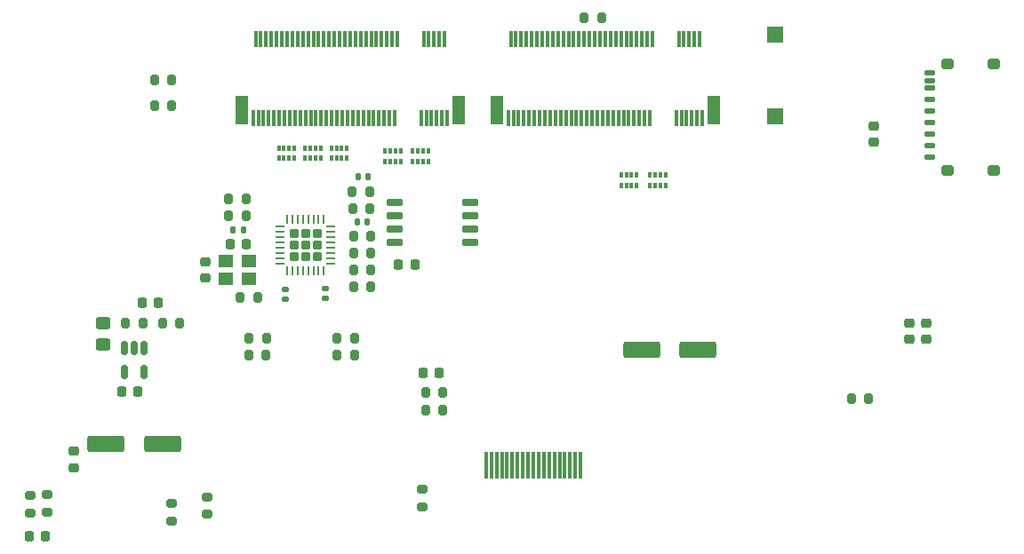
<source format=gbr>
%TF.GenerationSoftware,KiCad,Pcbnew,6.0.2-1.fc35*%
%TF.CreationDate,2022-03-30T21:24:33+02:00*%
%TF.ProjectId,dock,646f636b-2e6b-4696-9361-645f70636258,rev?*%
%TF.SameCoordinates,Original*%
%TF.FileFunction,Paste,Top*%
%TF.FilePolarity,Positive*%
%FSLAX46Y46*%
G04 Gerber Fmt 4.6, Leading zero omitted, Abs format (unit mm)*
G04 Created by KiCad (PCBNEW 6.0.2-1.fc35) date 2022-03-30 21:24:33*
%MOMM*%
%LPD*%
G01*
G04 APERTURE LIST*
G04 Aperture macros list*
%AMRoundRect*
0 Rectangle with rounded corners*
0 $1 Rounding radius*
0 $2 $3 $4 $5 $6 $7 $8 $9 X,Y pos of 4 corners*
0 Add a 4 corners polygon primitive as box body*
4,1,4,$2,$3,$4,$5,$6,$7,$8,$9,$2,$3,0*
0 Add four circle primitives for the rounded corners*
1,1,$1+$1,$2,$3*
1,1,$1+$1,$4,$5*
1,1,$1+$1,$6,$7*
1,1,$1+$1,$8,$9*
0 Add four rect primitives between the rounded corners*
20,1,$1+$1,$2,$3,$4,$5,0*
20,1,$1+$1,$4,$5,$6,$7,0*
20,1,$1+$1,$6,$7,$8,$9,0*
20,1,$1+$1,$8,$9,$2,$3,0*%
G04 Aperture macros list end*
%ADD10RoundRect,0.200000X0.275000X-0.200000X0.275000X0.200000X-0.275000X0.200000X-0.275000X-0.200000X0*%
%ADD11RoundRect,0.200000X0.200000X0.275000X-0.200000X0.275000X-0.200000X-0.275000X0.200000X-0.275000X0*%
%ADD12R,0.400000X0.500000*%
%ADD13R,0.300000X0.500000*%
%ADD14R,0.300000X2.600000*%
%ADD15RoundRect,0.225000X0.250000X-0.225000X0.250000X0.225000X-0.250000X0.225000X-0.250000X-0.225000X0*%
%ADD16R,0.300000X1.550000*%
%ADD17R,1.200000X2.750000*%
%ADD18RoundRect,0.200000X-0.275000X0.200000X-0.275000X-0.200000X0.275000X-0.200000X0.275000X0.200000X0*%
%ADD19RoundRect,0.200000X-0.200000X-0.275000X0.200000X-0.275000X0.200000X0.275000X-0.200000X0.275000X0*%
%ADD20R,1.500000X1.500000*%
%ADD21RoundRect,0.140000X-0.140000X-0.170000X0.140000X-0.170000X0.140000X0.170000X-0.140000X0.170000X0*%
%ADD22RoundRect,0.225000X-0.250000X0.225000X-0.250000X-0.225000X0.250000X-0.225000X0.250000X0.225000X0*%
%ADD23RoundRect,0.250000X0.450000X-0.325000X0.450000X0.325000X-0.450000X0.325000X-0.450000X-0.325000X0*%
%ADD24RoundRect,0.150000X0.650000X0.150000X-0.650000X0.150000X-0.650000X-0.150000X0.650000X-0.150000X0*%
%ADD25RoundRect,0.140000X-0.170000X0.140000X-0.170000X-0.140000X0.170000X-0.140000X0.170000X0.140000X0*%
%ADD26RoundRect,0.150000X-0.150000X0.512500X-0.150000X-0.512500X0.150000X-0.512500X0.150000X0.512500X0*%
%ADD27RoundRect,0.218750X0.256250X-0.218750X0.256250X0.218750X-0.256250X0.218750X-0.256250X-0.218750X0*%
%ADD28R,1.400000X1.200000*%
%ADD29RoundRect,0.140000X0.140000X0.170000X-0.140000X0.170000X-0.140000X-0.170000X0.140000X-0.170000X0*%
%ADD30RoundRect,0.225000X-0.225000X-0.250000X0.225000X-0.250000X0.225000X0.250000X-0.225000X0.250000X0*%
%ADD31RoundRect,0.125000X-0.375000X0.125000X-0.375000X-0.125000X0.375000X-0.125000X0.375000X0.125000X0*%
%ADD32RoundRect,0.237500X-0.362500X0.237500X-0.362500X-0.237500X0.362500X-0.237500X0.362500X0.237500X0*%
%ADD33RoundRect,0.218750X0.218750X0.256250X-0.218750X0.256250X-0.218750X-0.256250X0.218750X-0.256250X0*%
%ADD34RoundRect,0.222500X0.222500X-0.222500X0.222500X0.222500X-0.222500X0.222500X-0.222500X-0.222500X0*%
%ADD35RoundRect,0.062500X0.062500X-0.375000X0.062500X0.375000X-0.062500X0.375000X-0.062500X-0.375000X0*%
%ADD36RoundRect,0.062500X0.375000X-0.062500X0.375000X0.062500X-0.375000X0.062500X-0.375000X-0.062500X0*%
%ADD37RoundRect,0.250000X1.500000X0.550000X-1.500000X0.550000X-1.500000X-0.550000X1.500000X-0.550000X0*%
%ADD38RoundRect,0.225000X0.225000X0.250000X-0.225000X0.250000X-0.225000X-0.250000X0.225000X-0.250000X0*%
%ADD39RoundRect,0.250000X-1.500000X-0.550000X1.500000X-0.550000X1.500000X0.550000X-1.500000X0.550000X0*%
G04 APERTURE END LIST*
D10*
%TO.C,R3*%
X128250000Y-154075000D03*
X128250000Y-152425000D03*
%TD*%
D11*
%TO.C,R22*%
X154125000Y-143500000D03*
X152475000Y-143500000D03*
%TD*%
%TO.C,R5*%
X128325000Y-112000000D03*
X126675000Y-112000000D03*
%TD*%
%TO.C,R20*%
X136475000Y-132762500D03*
X134825000Y-132762500D03*
%TD*%
%TO.C,R12*%
X147275000Y-130162500D03*
X145625000Y-130162500D03*
%TD*%
D12*
%TO.C,RN1*%
X151250000Y-119800000D03*
D13*
X151750000Y-119800000D03*
X152250000Y-119800000D03*
D12*
X152750000Y-119800000D03*
X152750000Y-118800000D03*
D13*
X152250000Y-118800000D03*
X151750000Y-118800000D03*
D12*
X151250000Y-118800000D03*
%TD*%
D14*
%TO.C,J9*%
X167250000Y-148750000D03*
X166750000Y-148750000D03*
X166250000Y-148750000D03*
X165750000Y-148750000D03*
X165250000Y-148750000D03*
X164750000Y-148750000D03*
X164250000Y-148750000D03*
X163750000Y-148750000D03*
X163250000Y-148750000D03*
X162750000Y-148750000D03*
X162250000Y-148750000D03*
X161750000Y-148750000D03*
X161250000Y-148750000D03*
X160750000Y-148750000D03*
X160250000Y-148750000D03*
X159750000Y-148750000D03*
X159250000Y-148750000D03*
X158750000Y-148750000D03*
X158250000Y-148750000D03*
%TD*%
D15*
%TO.C,C13*%
X131550000Y-130912500D03*
X131550000Y-129362500D03*
%TD*%
D16*
%TO.C,J2*%
X154550000Y-115675000D03*
X154300000Y-108125000D03*
X154050000Y-115675000D03*
X153800000Y-108125000D03*
X153550000Y-115675000D03*
X153300000Y-108125000D03*
X153050000Y-115675000D03*
X152800000Y-108125000D03*
X152550000Y-115675000D03*
X152300000Y-108125000D03*
X152050000Y-115675000D03*
X149800000Y-108125000D03*
X149550000Y-115675000D03*
X149300000Y-108125000D03*
X149050000Y-115675000D03*
X148800000Y-108125000D03*
X148550000Y-115675000D03*
X148300000Y-108125000D03*
X148050000Y-115675000D03*
X147800000Y-108125000D03*
X147550000Y-115675000D03*
X147300000Y-108125000D03*
X147050000Y-115675000D03*
X146800000Y-108125000D03*
X146550000Y-115675000D03*
X146300000Y-108125000D03*
X146050000Y-115675000D03*
X145800000Y-108125000D03*
X145550000Y-115675000D03*
X145300000Y-108125000D03*
X145050000Y-115675000D03*
X144800000Y-108125000D03*
X144550000Y-115675000D03*
X144300000Y-108125000D03*
X144050000Y-115675000D03*
X143800000Y-108125000D03*
X143550000Y-115675000D03*
X143300000Y-108125000D03*
X143050000Y-115675000D03*
X142800000Y-108125000D03*
X142550000Y-115675000D03*
X142300000Y-108125000D03*
X142050000Y-115675000D03*
X141800000Y-108125000D03*
X141550000Y-115675000D03*
X141300000Y-108125000D03*
X141050000Y-115675000D03*
X140800000Y-108125000D03*
X140550000Y-115675000D03*
X140300000Y-108125000D03*
X140050000Y-115675000D03*
X139800000Y-108125000D03*
X139550000Y-115675000D03*
X139300000Y-108125000D03*
X139050000Y-115675000D03*
X138800000Y-108125000D03*
X138550000Y-115675000D03*
X138300000Y-108125000D03*
X138050000Y-115675000D03*
X137800000Y-108125000D03*
X137550000Y-115675000D03*
X137300000Y-108125000D03*
X137050000Y-115675000D03*
X136800000Y-108125000D03*
X136550000Y-115675000D03*
X136300000Y-108125000D03*
X136050000Y-115675000D03*
D17*
X155650000Y-114900000D03*
X134950000Y-114900000D03*
%TD*%
D18*
%TO.C,R15*%
X114800000Y-151675000D03*
X114800000Y-153325000D03*
%TD*%
D19*
%TO.C,R18*%
X145625000Y-131762500D03*
X147275000Y-131762500D03*
%TD*%
%TO.C,R19*%
X145500000Y-122662500D03*
X147150000Y-122662500D03*
%TD*%
D11*
%TO.C,R10*%
X147275000Y-126962500D03*
X145625000Y-126962500D03*
%TD*%
D12*
%TO.C,RN4*%
X141000000Y-119500000D03*
D13*
X141500000Y-119500000D03*
X142000000Y-119500000D03*
D12*
X142500000Y-119500000D03*
X142500000Y-118500000D03*
D13*
X142000000Y-118500000D03*
X141500000Y-118500000D03*
D12*
X141000000Y-118500000D03*
%TD*%
D20*
%TO.C,SW1*%
X185800000Y-115500000D03*
X185800000Y-107700000D03*
%TD*%
D11*
%TO.C,R6*%
X128325000Y-114500000D03*
X126675000Y-114500000D03*
%TD*%
D19*
%TO.C,R23*%
X135650000Y-138300000D03*
X137300000Y-138300000D03*
%TD*%
D11*
%TO.C,R7*%
X194700000Y-142400000D03*
X193050000Y-142400000D03*
%TD*%
%TO.C,R8*%
X169250000Y-106100000D03*
X167600000Y-106100000D03*
%TD*%
D18*
%TO.C,R4*%
X116400000Y-151575000D03*
X116400000Y-153225000D03*
%TD*%
D12*
%TO.C,RN6*%
X173850000Y-122100000D03*
D13*
X174350000Y-122100000D03*
X174850000Y-122100000D03*
D12*
X175350000Y-122100000D03*
X175350000Y-121100000D03*
D13*
X174850000Y-121100000D03*
X174350000Y-121100000D03*
D12*
X173850000Y-121100000D03*
%TD*%
D21*
%TO.C,C7*%
X145990000Y-125562500D03*
X146950000Y-125562500D03*
%TD*%
D12*
%TO.C,RN5*%
X138500000Y-119500000D03*
D13*
X139000000Y-119500000D03*
X139500000Y-119500000D03*
D12*
X140000000Y-119500000D03*
X140000000Y-118500000D03*
D13*
X139500000Y-118500000D03*
X139000000Y-118500000D03*
D12*
X138500000Y-118500000D03*
%TD*%
D22*
%TO.C,C15*%
X195200000Y-116400000D03*
X195200000Y-117950000D03*
%TD*%
D23*
%TO.C,L1*%
X121750000Y-137275000D03*
X121750000Y-135225000D03*
%TD*%
D24*
%TO.C,U3*%
X156707858Y-127505000D03*
X156707858Y-126235000D03*
X156707858Y-124965000D03*
X156707858Y-123695000D03*
X149507858Y-123695000D03*
X149507858Y-124965000D03*
X149507858Y-126235000D03*
X149507858Y-127505000D03*
%TD*%
D10*
%TO.C,R14*%
X152200000Y-152725000D03*
X152200000Y-151075000D03*
%TD*%
D25*
%TO.C,C8*%
X142950000Y-131882500D03*
X142950000Y-132842500D03*
%TD*%
D12*
%TO.C,RN3*%
X143500000Y-119500000D03*
D13*
X144000000Y-119500000D03*
X144500000Y-119500000D03*
D12*
X145000000Y-119500000D03*
X145000000Y-118500000D03*
D13*
X144500000Y-118500000D03*
X144000000Y-118500000D03*
D12*
X143500000Y-118500000D03*
%TD*%
D15*
%TO.C,C6*%
X200200000Y-136775000D03*
X200200000Y-135225000D03*
%TD*%
D16*
%TO.C,J1*%
X178850000Y-115675000D03*
X178600000Y-108125000D03*
X178350000Y-115675000D03*
X178100000Y-108125000D03*
X177850000Y-115675000D03*
X177600000Y-108125000D03*
X177350000Y-115675000D03*
X177100000Y-108125000D03*
X176850000Y-115675000D03*
X176600000Y-108125000D03*
X176350000Y-115675000D03*
X174100000Y-108125000D03*
X173850000Y-115675000D03*
X173600000Y-108125000D03*
X173350000Y-115675000D03*
X173100000Y-108125000D03*
X172850000Y-115675000D03*
X172600000Y-108125000D03*
X172350000Y-115675000D03*
X172100000Y-108125000D03*
X171850000Y-115675000D03*
X171600000Y-108125000D03*
X171350000Y-115675000D03*
X171100000Y-108125000D03*
X170850000Y-115675000D03*
X170600000Y-108125000D03*
X170350000Y-115675000D03*
X170100000Y-108125000D03*
X169850000Y-115675000D03*
X169600000Y-108125000D03*
X169350000Y-115675000D03*
X169100000Y-108125000D03*
X168850000Y-115675000D03*
X168600000Y-108125000D03*
X168350000Y-115675000D03*
X168100000Y-108125000D03*
X167850000Y-115675000D03*
X167600000Y-108125000D03*
X167350000Y-115675000D03*
X167100000Y-108125000D03*
X166850000Y-115675000D03*
X166600000Y-108125000D03*
X166350000Y-115675000D03*
X166100000Y-108125000D03*
X165850000Y-115675000D03*
X165600000Y-108125000D03*
X165350000Y-115675000D03*
X165100000Y-108125000D03*
X164850000Y-115675000D03*
X164600000Y-108125000D03*
X164350000Y-115675000D03*
X164100000Y-108125000D03*
X163850000Y-115675000D03*
X163600000Y-108125000D03*
X163350000Y-115675000D03*
X163100000Y-108125000D03*
X162850000Y-115675000D03*
X162600000Y-108125000D03*
X162350000Y-115675000D03*
X162100000Y-108125000D03*
X161850000Y-115675000D03*
X161600000Y-108125000D03*
X161350000Y-115675000D03*
X161100000Y-108125000D03*
X160850000Y-115675000D03*
X160600000Y-108125000D03*
X160350000Y-115675000D03*
D17*
X179950000Y-114900000D03*
X159250000Y-114900000D03*
%TD*%
D12*
%TO.C,RN2*%
X148650000Y-119800000D03*
D13*
X149150000Y-119800000D03*
X149650000Y-119800000D03*
D12*
X150150000Y-119800000D03*
X150150000Y-118800000D03*
D13*
X149650000Y-118800000D03*
X149150000Y-118800000D03*
D12*
X148650000Y-118800000D03*
%TD*%
D21*
%TO.C,C10*%
X146070000Y-121262500D03*
X147030000Y-121262500D03*
%TD*%
D11*
%TO.C,R21*%
X154125000Y-141800000D03*
X152475000Y-141800000D03*
%TD*%
D26*
%TO.C,U1*%
X125700000Y-137612500D03*
X124750000Y-137612500D03*
X123800000Y-137612500D03*
X123800000Y-139887500D03*
X125700000Y-139887500D03*
%TD*%
D27*
%TO.C,FB1*%
X119000000Y-148987500D03*
X119000000Y-147412500D03*
%TD*%
D28*
%TO.C,Y1*%
X133450000Y-131012500D03*
X135650000Y-131012500D03*
X135650000Y-129312500D03*
X133450000Y-129312500D03*
%TD*%
D29*
%TO.C,C12*%
X135130000Y-126362500D03*
X134170000Y-126362500D03*
%TD*%
D11*
%TO.C,R26*%
X145725000Y-138300000D03*
X144075000Y-138300000D03*
%TD*%
D25*
%TO.C,C11*%
X139150000Y-132002500D03*
X139150000Y-132962500D03*
%TD*%
D30*
%TO.C,C16*%
X152225000Y-140000000D03*
X153775000Y-140000000D03*
%TD*%
%TO.C,C3*%
X125475000Y-133250000D03*
X127025000Y-133250000D03*
%TD*%
D11*
%TO.C,R25*%
X145725000Y-136700000D03*
X144075000Y-136700000D03*
%TD*%
D31*
%TO.C,U4*%
X200487500Y-119367500D03*
X200487500Y-118267500D03*
X200487500Y-117167500D03*
X200487500Y-116067500D03*
X200487500Y-114967500D03*
X200487500Y-113867500D03*
X200487500Y-112767500D03*
X200487500Y-112067500D03*
X200487500Y-111367500D03*
D32*
X202187500Y-120667500D03*
X206587500Y-120667500D03*
X202187500Y-110467500D03*
X206587500Y-110467500D03*
%TD*%
D19*
%TO.C,R16*%
X145525000Y-124262500D03*
X147175000Y-124262500D03*
%TD*%
D12*
%TO.C,RN7*%
X171100000Y-122100000D03*
D13*
X171600000Y-122100000D03*
X172100000Y-122100000D03*
D12*
X172600000Y-122100000D03*
X172600000Y-121100000D03*
D13*
X172100000Y-121100000D03*
X171600000Y-121100000D03*
D12*
X171100000Y-121100000D03*
%TD*%
D19*
%TO.C,R11*%
X133750000Y-123362500D03*
X135400000Y-123362500D03*
%TD*%
D33*
%TO.C,D1*%
X116287500Y-155500000D03*
X114712500Y-155500000D03*
%TD*%
D19*
%TO.C,R24*%
X135675000Y-136700000D03*
X137325000Y-136700000D03*
%TD*%
%TO.C,R2*%
X127425000Y-135250000D03*
X129075000Y-135250000D03*
%TD*%
D34*
%TO.C,U2*%
X142150000Y-128862500D03*
X141050000Y-128862500D03*
X139950000Y-126662500D03*
X142150000Y-127762500D03*
X141050000Y-127762500D03*
X139950000Y-127762500D03*
X139950000Y-128862500D03*
X142150000Y-126662500D03*
X141050000Y-126662500D03*
D35*
X139300000Y-130200000D03*
X139800000Y-130200000D03*
X140300000Y-130200000D03*
X140800000Y-130200000D03*
X141300000Y-130200000D03*
X141800000Y-130200000D03*
X142300000Y-130200000D03*
X142800000Y-130200000D03*
D36*
X143487500Y-129512500D03*
X143487500Y-129012500D03*
X143487500Y-128512500D03*
X143487500Y-128012500D03*
X143487500Y-127512500D03*
X143487500Y-127012500D03*
X143487500Y-126512500D03*
X143487500Y-126012500D03*
D35*
X142800000Y-125325000D03*
X142300000Y-125325000D03*
X141800000Y-125325000D03*
X141300000Y-125325000D03*
X140800000Y-125325000D03*
X140300000Y-125325000D03*
X139800000Y-125325000D03*
X139300000Y-125325000D03*
D36*
X138612500Y-126012500D03*
X138612500Y-126512500D03*
X138612500Y-127012500D03*
X138612500Y-127512500D03*
X138612500Y-128012500D03*
X138612500Y-128512500D03*
X138612500Y-129012500D03*
X138612500Y-129512500D03*
%TD*%
D30*
%TO.C,C2*%
X123525000Y-141750000D03*
X125075000Y-141750000D03*
%TD*%
D10*
%TO.C,R13*%
X131700000Y-153425000D03*
X131700000Y-151775000D03*
%TD*%
D19*
%TO.C,R17*%
X133725000Y-124962500D03*
X135375000Y-124962500D03*
%TD*%
%TO.C,R9*%
X145625000Y-128562500D03*
X147275000Y-128562500D03*
%TD*%
D30*
%TO.C,C9*%
X149907858Y-129600000D03*
X151457858Y-129600000D03*
%TD*%
D37*
%TO.C,C4*%
X178450000Y-137750000D03*
X173050000Y-137750000D03*
%TD*%
D38*
%TO.C,C14*%
X135400000Y-127662500D03*
X133850000Y-127662500D03*
%TD*%
D39*
%TO.C,C1*%
X122050000Y-146750000D03*
X127450000Y-146750000D03*
%TD*%
D19*
%TO.C,R1*%
X123925000Y-135250000D03*
X125575000Y-135250000D03*
%TD*%
D15*
%TO.C,C5*%
X198600000Y-136775000D03*
X198600000Y-135225000D03*
%TD*%
M02*

</source>
